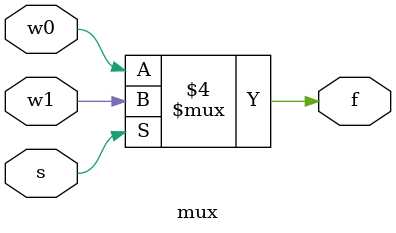
<source format=v>
module mux (w0, w1, s, f);
  input w0, w1, s;
  output f;
  reg f;

  always @(w0 or w1 or s)
  begin
    f = w0;
    if (s == 1) 
      f = w1;
  end

endmodule

</source>
